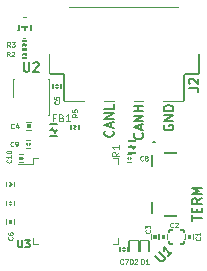
<source format=gbr>
%TF.GenerationSoftware,KiCad,Pcbnew,(5.99.0-7706-gdc1c80beb8)*%
%TF.CreationDate,2020-12-31T13:50:12+03:00*%
%TF.ProjectId,USBtoCANFD,55534274-6f43-4414-9e46-442e6b696361,rev?*%
%TF.SameCoordinates,Original*%
%TF.FileFunction,Legend,Top*%
%TF.FilePolarity,Positive*%
%FSLAX46Y46*%
G04 Gerber Fmt 4.6, Leading zero omitted, Abs format (unit mm)*
G04 Created by KiCad (PCBNEW (5.99.0-7706-gdc1c80beb8)) date 2020-12-31 13:50:12*
%MOMM*%
%LPD*%
G01*
G04 APERTURE LIST*
%ADD10C,0.150000*%
%ADD11C,0.100000*%
%ADD12C,0.125000*%
%ADD13C,0.120000*%
%ADD14C,0.127000*%
G04 APERTURE END LIST*
D10*
X150735714Y-75271309D02*
X150773809Y-75309404D01*
X150811904Y-75423690D01*
X150811904Y-75499880D01*
X150773809Y-75614166D01*
X150697619Y-75690357D01*
X150621428Y-75728452D01*
X150469047Y-75766547D01*
X150354761Y-75766547D01*
X150202380Y-75728452D01*
X150126190Y-75690357D01*
X150050000Y-75614166D01*
X150011904Y-75499880D01*
X150011904Y-75423690D01*
X150050000Y-75309404D01*
X150088095Y-75271309D01*
X150583333Y-74966547D02*
X150583333Y-74585595D01*
X150811904Y-75042738D02*
X150011904Y-74776071D01*
X150811904Y-74509404D01*
X150811904Y-74242738D02*
X150011904Y-74242738D01*
X150811904Y-73785595D01*
X150011904Y-73785595D01*
X150811904Y-73023690D02*
X150811904Y-73404642D01*
X150011904Y-73404642D01*
X155100000Y-74776071D02*
X155061904Y-74852261D01*
X155061904Y-74966547D01*
X155100000Y-75080833D01*
X155176190Y-75157023D01*
X155252380Y-75195119D01*
X155404761Y-75233214D01*
X155519047Y-75233214D01*
X155671428Y-75195119D01*
X155747619Y-75157023D01*
X155823809Y-75080833D01*
X155861904Y-74966547D01*
X155861904Y-74890357D01*
X155823809Y-74776071D01*
X155785714Y-74737976D01*
X155519047Y-74737976D01*
X155519047Y-74890357D01*
X155861904Y-74395119D02*
X155061904Y-74395119D01*
X155861904Y-73937976D01*
X155061904Y-73937976D01*
X155861904Y-73557023D02*
X155061904Y-73557023D01*
X155061904Y-73366547D01*
X155100000Y-73252261D01*
X155176190Y-73176071D01*
X155252380Y-73137976D01*
X155404761Y-73099880D01*
X155519047Y-73099880D01*
X155671428Y-73137976D01*
X155747619Y-73176071D01*
X155823809Y-73252261D01*
X155861904Y-73366547D01*
X155861904Y-73557023D01*
X153235714Y-75461785D02*
X153273809Y-75499880D01*
X153311904Y-75614166D01*
X153311904Y-75690357D01*
X153273809Y-75804642D01*
X153197619Y-75880833D01*
X153121428Y-75918928D01*
X152969047Y-75957023D01*
X152854761Y-75957023D01*
X152702380Y-75918928D01*
X152626190Y-75880833D01*
X152550000Y-75804642D01*
X152511904Y-75690357D01*
X152511904Y-75614166D01*
X152550000Y-75499880D01*
X152588095Y-75461785D01*
X153083333Y-75157023D02*
X153083333Y-74776071D01*
X153311904Y-75233214D02*
X152511904Y-74966547D01*
X153311904Y-74699880D01*
X153311904Y-74433214D02*
X152511904Y-74433214D01*
X153311904Y-73976071D01*
X152511904Y-73976071D01*
X153311904Y-73595119D02*
X152511904Y-73595119D01*
X152892857Y-73595119D02*
X152892857Y-73137976D01*
X153311904Y-73137976D02*
X152511904Y-73137976D01*
D11*
%TO.C,D1*%
X153149285Y-86530952D02*
X153149285Y-86130952D01*
X153244523Y-86130952D01*
X153301666Y-86150000D01*
X153339761Y-86188095D01*
X153358809Y-86226190D01*
X153377857Y-86302380D01*
X153377857Y-86359523D01*
X153358809Y-86435714D01*
X153339761Y-86473809D01*
X153301666Y-86511904D01*
X153244523Y-86530952D01*
X153149285Y-86530952D01*
X153758809Y-86530952D02*
X153530238Y-86530952D01*
X153644523Y-86530952D02*
X153644523Y-86130952D01*
X153606428Y-86188095D01*
X153568333Y-86226190D01*
X153530238Y-86245238D01*
%TO.C,C3*%
X153842857Y-83661190D02*
X153861904Y-83680238D01*
X153880952Y-83737380D01*
X153880952Y-83775476D01*
X153861904Y-83832619D01*
X153823809Y-83870714D01*
X153785714Y-83889761D01*
X153709523Y-83908809D01*
X153652380Y-83908809D01*
X153576190Y-83889761D01*
X153538095Y-83870714D01*
X153500000Y-83832619D01*
X153480952Y-83775476D01*
X153480952Y-83737380D01*
X153500000Y-83680238D01*
X153519047Y-83661190D01*
X153480952Y-83527857D02*
X153480952Y-83280238D01*
X153633333Y-83413571D01*
X153633333Y-83356428D01*
X153652380Y-83318333D01*
X153671428Y-83299285D01*
X153709523Y-83280238D01*
X153804761Y-83280238D01*
X153842857Y-83299285D01*
X153861904Y-83318333D01*
X153880952Y-83356428D01*
X153880952Y-83470714D01*
X153861904Y-83508809D01*
X153842857Y-83527857D01*
%TO.C,C1*%
X158092857Y-84261190D02*
X158111904Y-84280238D01*
X158130952Y-84337380D01*
X158130952Y-84375476D01*
X158111904Y-84432619D01*
X158073809Y-84470714D01*
X158035714Y-84489761D01*
X157959523Y-84508809D01*
X157902380Y-84508809D01*
X157826190Y-84489761D01*
X157788095Y-84470714D01*
X157750000Y-84432619D01*
X157730952Y-84375476D01*
X157730952Y-84337380D01*
X157750000Y-84280238D01*
X157769047Y-84261190D01*
X158130952Y-83880238D02*
X158130952Y-84108809D01*
X158130952Y-83994523D02*
X157730952Y-83994523D01*
X157788095Y-84032619D01*
X157826190Y-84070714D01*
X157845238Y-84108809D01*
D10*
%TO.C,J2*%
X157161904Y-71633452D02*
X157733333Y-71633452D01*
X157847619Y-71671547D01*
X157923809Y-71747738D01*
X157961904Y-71862023D01*
X157961904Y-71938214D01*
X157238095Y-71290595D02*
X157200000Y-71252500D01*
X157161904Y-71176309D01*
X157161904Y-70985833D01*
X157200000Y-70909642D01*
X157238095Y-70871547D01*
X157314285Y-70833452D01*
X157390476Y-70833452D01*
X157504761Y-70871547D01*
X157961904Y-71328690D01*
X157961904Y-70833452D01*
%TO.C,U3*%
X142742857Y-84521428D02*
X142742857Y-85007142D01*
X142771428Y-85064285D01*
X142800000Y-85092857D01*
X142857142Y-85121428D01*
X142971428Y-85121428D01*
X143028571Y-85092857D01*
X143057142Y-85064285D01*
X143085714Y-85007142D01*
X143085714Y-84521428D01*
X143314285Y-84521428D02*
X143685714Y-84521428D01*
X143485714Y-84750000D01*
X143571428Y-84750000D01*
X143628571Y-84778571D01*
X143657142Y-84807142D01*
X143685714Y-84864285D01*
X143685714Y-85007142D01*
X143657142Y-85064285D01*
X143628571Y-85092857D01*
X143571428Y-85121428D01*
X143400000Y-85121428D01*
X143342857Y-85092857D01*
X143314285Y-85064285D01*
D12*
%TO.C,R1*%
X151271428Y-77066964D02*
X150985714Y-77266964D01*
X151271428Y-77409821D02*
X150671428Y-77409821D01*
X150671428Y-77181250D01*
X150700000Y-77124107D01*
X150728571Y-77095535D01*
X150785714Y-77066964D01*
X150871428Y-77066964D01*
X150928571Y-77095535D01*
X150957142Y-77124107D01*
X150985714Y-77181250D01*
X150985714Y-77409821D01*
X151271428Y-76495535D02*
X151271428Y-76838392D01*
X151271428Y-76666964D02*
X150671428Y-76666964D01*
X150757142Y-76724107D01*
X150814285Y-76781250D01*
X150842857Y-76838392D01*
D11*
%TO.C,C6*%
X142217857Y-84247142D02*
X142236904Y-84266190D01*
X142255952Y-84323333D01*
X142255952Y-84361428D01*
X142236904Y-84418571D01*
X142198809Y-84456666D01*
X142160714Y-84475714D01*
X142084523Y-84494761D01*
X142027380Y-84494761D01*
X141951190Y-84475714D01*
X141913095Y-84456666D01*
X141875000Y-84418571D01*
X141855952Y-84361428D01*
X141855952Y-84323333D01*
X141875000Y-84266190D01*
X141894047Y-84247142D01*
X141855952Y-83904285D02*
X141855952Y-83980476D01*
X141875000Y-84018571D01*
X141894047Y-84037619D01*
X141951190Y-84075714D01*
X142027380Y-84094761D01*
X142179761Y-84094761D01*
X142217857Y-84075714D01*
X142236904Y-84056666D01*
X142255952Y-84018571D01*
X142255952Y-83942380D01*
X142236904Y-83904285D01*
X142217857Y-83885238D01*
X142179761Y-83866190D01*
X142084523Y-83866190D01*
X142046428Y-83885238D01*
X142027380Y-83904285D01*
X142008333Y-83942380D01*
X142008333Y-84018571D01*
X142027380Y-84056666D01*
X142046428Y-84075714D01*
X142084523Y-84094761D01*
%TO.C,R5*%
X147705952Y-73836190D02*
X147515476Y-73969523D01*
X147705952Y-74064761D02*
X147305952Y-74064761D01*
X147305952Y-73912380D01*
X147325000Y-73874285D01*
X147344047Y-73855238D01*
X147382142Y-73836190D01*
X147439285Y-73836190D01*
X147477380Y-73855238D01*
X147496428Y-73874285D01*
X147515476Y-73912380D01*
X147515476Y-74064761D01*
X147305952Y-73474285D02*
X147305952Y-73664761D01*
X147496428Y-73683809D01*
X147477380Y-73664761D01*
X147458333Y-73626666D01*
X147458333Y-73531428D01*
X147477380Y-73493333D01*
X147496428Y-73474285D01*
X147534523Y-73455238D01*
X147629761Y-73455238D01*
X147667857Y-73474285D01*
X147686904Y-73493333D01*
X147705952Y-73531428D01*
X147705952Y-73626666D01*
X147686904Y-73664761D01*
X147667857Y-73683809D01*
D12*
%TO.C,FB1*%
X145850000Y-74157142D02*
X145650000Y-74157142D01*
X145650000Y-74471428D02*
X145650000Y-73871428D01*
X145935714Y-73871428D01*
X146364285Y-74157142D02*
X146450000Y-74185714D01*
X146478571Y-74214285D01*
X146507142Y-74271428D01*
X146507142Y-74357142D01*
X146478571Y-74414285D01*
X146450000Y-74442857D01*
X146392857Y-74471428D01*
X146164285Y-74471428D01*
X146164285Y-73871428D01*
X146364285Y-73871428D01*
X146421428Y-73900000D01*
X146450000Y-73928571D01*
X146478571Y-73985714D01*
X146478571Y-74042857D01*
X146450000Y-74100000D01*
X146421428Y-74128571D01*
X146364285Y-74157142D01*
X146164285Y-74157142D01*
X147078571Y-74471428D02*
X146735714Y-74471428D01*
X146907142Y-74471428D02*
X146907142Y-73871428D01*
X146850000Y-73957142D01*
X146792857Y-74014285D01*
X146735714Y-74042857D01*
D11*
%TO.C,C9*%
X142302857Y-76542857D02*
X142283809Y-76561904D01*
X142226666Y-76580952D01*
X142188571Y-76580952D01*
X142131428Y-76561904D01*
X142093333Y-76523809D01*
X142074285Y-76485714D01*
X142055238Y-76409523D01*
X142055238Y-76352380D01*
X142074285Y-76276190D01*
X142093333Y-76238095D01*
X142131428Y-76200000D01*
X142188571Y-76180952D01*
X142226666Y-76180952D01*
X142283809Y-76200000D01*
X142302857Y-76219047D01*
X142493333Y-76580952D02*
X142569523Y-76580952D01*
X142607619Y-76561904D01*
X142626666Y-76542857D01*
X142664761Y-76485714D01*
X142683809Y-76409523D01*
X142683809Y-76257142D01*
X142664761Y-76219047D01*
X142645714Y-76200000D01*
X142607619Y-76180952D01*
X142531428Y-76180952D01*
X142493333Y-76200000D01*
X142474285Y-76219047D01*
X142455238Y-76257142D01*
X142455238Y-76352380D01*
X142474285Y-76390476D01*
X142493333Y-76409523D01*
X142531428Y-76428571D01*
X142607619Y-76428571D01*
X142645714Y-76409523D01*
X142664761Y-76390476D01*
X142683809Y-76352380D01*
%TO.C,C8*%
X153288809Y-77742857D02*
X153269761Y-77761904D01*
X153212619Y-77780952D01*
X153174523Y-77780952D01*
X153117380Y-77761904D01*
X153079285Y-77723809D01*
X153060238Y-77685714D01*
X153041190Y-77609523D01*
X153041190Y-77552380D01*
X153060238Y-77476190D01*
X153079285Y-77438095D01*
X153117380Y-77400000D01*
X153174523Y-77380952D01*
X153212619Y-77380952D01*
X153269761Y-77400000D01*
X153288809Y-77419047D01*
X153517380Y-77552380D02*
X153479285Y-77533333D01*
X153460238Y-77514285D01*
X153441190Y-77476190D01*
X153441190Y-77457142D01*
X153460238Y-77419047D01*
X153479285Y-77400000D01*
X153517380Y-77380952D01*
X153593571Y-77380952D01*
X153631666Y-77400000D01*
X153650714Y-77419047D01*
X153669761Y-77457142D01*
X153669761Y-77476190D01*
X153650714Y-77514285D01*
X153631666Y-77533333D01*
X153593571Y-77552380D01*
X153517380Y-77552380D01*
X153479285Y-77571428D01*
X153460238Y-77590476D01*
X153441190Y-77628571D01*
X153441190Y-77704761D01*
X153460238Y-77742857D01*
X153479285Y-77761904D01*
X153517380Y-77780952D01*
X153593571Y-77780952D01*
X153631666Y-77761904D01*
X153650714Y-77742857D01*
X153669761Y-77704761D01*
X153669761Y-77628571D01*
X153650714Y-77590476D01*
X153631666Y-77571428D01*
X153593571Y-77552380D01*
D10*
%TO.C,SW1*%
X157461904Y-82868928D02*
X157461904Y-82411785D01*
X158261904Y-82640357D02*
X157461904Y-82640357D01*
X157842857Y-82145119D02*
X157842857Y-81878452D01*
X158261904Y-81764166D02*
X158261904Y-82145119D01*
X157461904Y-82145119D01*
X157461904Y-81764166D01*
X158261904Y-80964166D02*
X157880952Y-81230833D01*
X158261904Y-81421309D02*
X157461904Y-81421309D01*
X157461904Y-81116547D01*
X157500000Y-81040357D01*
X157538095Y-81002261D01*
X157614285Y-80964166D01*
X157728571Y-80964166D01*
X157804761Y-81002261D01*
X157842857Y-81040357D01*
X157880952Y-81116547D01*
X157880952Y-81421309D01*
X158261904Y-80621309D02*
X157461904Y-80621309D01*
X158033333Y-80354642D01*
X157461904Y-80087976D01*
X158261904Y-80087976D01*
D11*
%TO.C,R3*%
X142038809Y-68155952D02*
X141905476Y-67965476D01*
X141810238Y-68155952D02*
X141810238Y-67755952D01*
X141962619Y-67755952D01*
X142000714Y-67775000D01*
X142019761Y-67794047D01*
X142038809Y-67832142D01*
X142038809Y-67889285D01*
X142019761Y-67927380D01*
X142000714Y-67946428D01*
X141962619Y-67965476D01*
X141810238Y-67965476D01*
X142172142Y-67755952D02*
X142419761Y-67755952D01*
X142286428Y-67908333D01*
X142343571Y-67908333D01*
X142381666Y-67927380D01*
X142400714Y-67946428D01*
X142419761Y-67984523D01*
X142419761Y-68079761D01*
X142400714Y-68117857D01*
X142381666Y-68136904D01*
X142343571Y-68155952D01*
X142229285Y-68155952D01*
X142191190Y-68136904D01*
X142172142Y-68117857D01*
%TO.C,C2*%
X155838809Y-83392857D02*
X155819761Y-83411904D01*
X155762619Y-83430952D01*
X155724523Y-83430952D01*
X155667380Y-83411904D01*
X155629285Y-83373809D01*
X155610238Y-83335714D01*
X155591190Y-83259523D01*
X155591190Y-83202380D01*
X155610238Y-83126190D01*
X155629285Y-83088095D01*
X155667380Y-83050000D01*
X155724523Y-83030952D01*
X155762619Y-83030952D01*
X155819761Y-83050000D01*
X155838809Y-83069047D01*
X155991190Y-83069047D02*
X156010238Y-83050000D01*
X156048333Y-83030952D01*
X156143571Y-83030952D01*
X156181666Y-83050000D01*
X156200714Y-83069047D01*
X156219761Y-83107142D01*
X156219761Y-83145238D01*
X156200714Y-83202380D01*
X155972142Y-83430952D01*
X156219761Y-83430952D01*
%TO.C,R2*%
X142002857Y-68955952D02*
X141869523Y-68765476D01*
X141774285Y-68955952D02*
X141774285Y-68555952D01*
X141926666Y-68555952D01*
X141964761Y-68575000D01*
X141983809Y-68594047D01*
X142002857Y-68632142D01*
X142002857Y-68689285D01*
X141983809Y-68727380D01*
X141964761Y-68746428D01*
X141926666Y-68765476D01*
X141774285Y-68765476D01*
X142155238Y-68594047D02*
X142174285Y-68575000D01*
X142212380Y-68555952D01*
X142307619Y-68555952D01*
X142345714Y-68575000D01*
X142364761Y-68594047D01*
X142383809Y-68632142D01*
X142383809Y-68670238D01*
X142364761Y-68727380D01*
X142136190Y-68955952D01*
X142383809Y-68955952D01*
%TO.C,C5*%
X146142857Y-72772142D02*
X146161904Y-72791190D01*
X146180952Y-72848333D01*
X146180952Y-72886428D01*
X146161904Y-72943571D01*
X146123809Y-72981666D01*
X146085714Y-73000714D01*
X146009523Y-73019761D01*
X145952380Y-73019761D01*
X145876190Y-73000714D01*
X145838095Y-72981666D01*
X145800000Y-72943571D01*
X145780952Y-72886428D01*
X145780952Y-72848333D01*
X145800000Y-72791190D01*
X145819047Y-72772142D01*
X145780952Y-72410238D02*
X145780952Y-72600714D01*
X145971428Y-72619761D01*
X145952380Y-72600714D01*
X145933333Y-72562619D01*
X145933333Y-72467380D01*
X145952380Y-72429285D01*
X145971428Y-72410238D01*
X146009523Y-72391190D01*
X146104761Y-72391190D01*
X146142857Y-72410238D01*
X146161904Y-72429285D01*
X146180952Y-72467380D01*
X146180952Y-72562619D01*
X146161904Y-72600714D01*
X146142857Y-72619761D01*
D10*
%TO.C,U2*%
X143190476Y-69461904D02*
X143190476Y-70109523D01*
X143228571Y-70185714D01*
X143266666Y-70223809D01*
X143342857Y-70261904D01*
X143495238Y-70261904D01*
X143571428Y-70223809D01*
X143609523Y-70185714D01*
X143647619Y-70109523D01*
X143647619Y-69461904D01*
X143990476Y-69538095D02*
X144028571Y-69500000D01*
X144104761Y-69461904D01*
X144295238Y-69461904D01*
X144371428Y-69500000D01*
X144409523Y-69538095D01*
X144447619Y-69614285D01*
X144447619Y-69690476D01*
X144409523Y-69804761D01*
X143952380Y-70261904D01*
X144447619Y-70261904D01*
D11*
%TO.C,C7*%
X151588809Y-86492857D02*
X151569761Y-86511904D01*
X151512619Y-86530952D01*
X151474523Y-86530952D01*
X151417380Y-86511904D01*
X151379285Y-86473809D01*
X151360238Y-86435714D01*
X151341190Y-86359523D01*
X151341190Y-86302380D01*
X151360238Y-86226190D01*
X151379285Y-86188095D01*
X151417380Y-86150000D01*
X151474523Y-86130952D01*
X151512619Y-86130952D01*
X151569761Y-86150000D01*
X151588809Y-86169047D01*
X151722142Y-86130952D02*
X151988809Y-86130952D01*
X151817380Y-86530952D01*
%TO.C,C10*%
X142092857Y-77703095D02*
X142111904Y-77722142D01*
X142130952Y-77779285D01*
X142130952Y-77817380D01*
X142111904Y-77874523D01*
X142073809Y-77912619D01*
X142035714Y-77931666D01*
X141959523Y-77950714D01*
X141902380Y-77950714D01*
X141826190Y-77931666D01*
X141788095Y-77912619D01*
X141750000Y-77874523D01*
X141730952Y-77817380D01*
X141730952Y-77779285D01*
X141750000Y-77722142D01*
X141769047Y-77703095D01*
X142130952Y-77322142D02*
X142130952Y-77550714D01*
X142130952Y-77436428D02*
X141730952Y-77436428D01*
X141788095Y-77474523D01*
X141826190Y-77512619D01*
X141845238Y-77550714D01*
X141730952Y-77074523D02*
X141730952Y-77036428D01*
X141750000Y-76998333D01*
X141769047Y-76979285D01*
X141807142Y-76960238D01*
X141883333Y-76941190D01*
X141978571Y-76941190D01*
X142054761Y-76960238D01*
X142092857Y-76979285D01*
X142111904Y-76998333D01*
X142130952Y-77036428D01*
X142130952Y-77074523D01*
X142111904Y-77112619D01*
X142092857Y-77131666D01*
X142054761Y-77150714D01*
X141978571Y-77169761D01*
X141883333Y-77169761D01*
X141807142Y-77150714D01*
X141769047Y-77131666D01*
X141750000Y-77112619D01*
X141730952Y-77074523D01*
D10*
%TO.C,U1*%
X154309221Y-85821218D02*
X154767157Y-86279154D01*
X154847969Y-86306091D01*
X154901844Y-86306091D01*
X154982656Y-86279154D01*
X155090406Y-86171404D01*
X155117343Y-86090592D01*
X155117343Y-86036717D01*
X155090406Y-85955905D01*
X154632470Y-85497969D01*
X155763841Y-85497969D02*
X155440592Y-85821218D01*
X155602216Y-85659593D02*
X155036531Y-85093908D01*
X155063468Y-85228595D01*
X155063468Y-85336345D01*
X155036531Y-85417157D01*
D11*
%TO.C,C4*%
X142352857Y-75017857D02*
X142333809Y-75036904D01*
X142276666Y-75055952D01*
X142238571Y-75055952D01*
X142181428Y-75036904D01*
X142143333Y-74998809D01*
X142124285Y-74960714D01*
X142105238Y-74884523D01*
X142105238Y-74827380D01*
X142124285Y-74751190D01*
X142143333Y-74713095D01*
X142181428Y-74675000D01*
X142238571Y-74655952D01*
X142276666Y-74655952D01*
X142333809Y-74675000D01*
X142352857Y-74694047D01*
X142695714Y-74789285D02*
X142695714Y-75055952D01*
X142600476Y-74636904D02*
X142505238Y-74922619D01*
X142752857Y-74922619D01*
%TO.C,D2*%
X152199285Y-86530952D02*
X152199285Y-86130952D01*
X152294523Y-86130952D01*
X152351666Y-86150000D01*
X152389761Y-86188095D01*
X152408809Y-86226190D01*
X152427857Y-86302380D01*
X152427857Y-86359523D01*
X152408809Y-86435714D01*
X152389761Y-86473809D01*
X152351666Y-86511904D01*
X152294523Y-86530952D01*
X152199285Y-86530952D01*
X152580238Y-86169047D02*
X152599285Y-86150000D01*
X152637380Y-86130952D01*
X152732619Y-86130952D01*
X152770714Y-86150000D01*
X152789761Y-86169047D01*
X152808809Y-86207142D01*
X152808809Y-86245238D01*
X152789761Y-86302380D01*
X152561190Y-86530952D01*
X152808809Y-86530952D01*
D10*
%TO.C,D1*%
X153025000Y-84625000D02*
G75*
G02*
X153100000Y-84550000I75000J0D01*
G01*
X153750000Y-84550000D02*
G75*
G02*
X153825000Y-84625000I0J-75000D01*
G01*
G36*
X153900000Y-84625000D02*
G01*
X153900000Y-85525000D01*
X153775000Y-85525000D01*
X153750000Y-85500000D01*
X153750000Y-84625000D01*
X153100000Y-84625000D01*
X153100000Y-85500000D01*
X153075000Y-85525000D01*
X152950000Y-85525000D01*
X152950000Y-84625000D01*
X153100000Y-84475000D01*
X153750000Y-84475000D01*
X153900000Y-84625000D01*
G37*
%TO.C,C3*%
G36*
X154724999Y-84475000D02*
G01*
X154599999Y-84475000D01*
X154599999Y-84025000D01*
X154724999Y-84025000D01*
X154724999Y-84475000D01*
G37*
G36*
X154049999Y-84475000D02*
G01*
X153924999Y-84475000D01*
X153924999Y-84025000D01*
X154049999Y-84025000D01*
X154049999Y-84475000D01*
G37*
G36*
X154399999Y-84100000D02*
G01*
X154474999Y-84100000D01*
X154474999Y-84225000D01*
X154174999Y-84225000D01*
X154174999Y-84100000D01*
X154249999Y-84100000D01*
X154249999Y-84050000D01*
X154399999Y-84050000D01*
X154399999Y-84100000D01*
G37*
G36*
X154474999Y-84275002D02*
G01*
X154474999Y-84400000D01*
X154399999Y-84400000D01*
X154399999Y-84450000D01*
X154249999Y-84450000D01*
X154249999Y-84400000D01*
X154174999Y-84400000D01*
X154175001Y-84275000D01*
X154474999Y-84275002D01*
G37*
%TO.C,C1*%
G36*
X157625000Y-84475000D02*
G01*
X157500000Y-84475000D01*
X157500000Y-84025000D01*
X157625000Y-84025000D01*
X157625000Y-84475000D01*
G37*
G36*
X157375000Y-84275002D02*
G01*
X157375000Y-84400000D01*
X157300000Y-84400000D01*
X157300000Y-84450000D01*
X157150000Y-84450000D01*
X157150000Y-84400000D01*
X157075000Y-84400000D01*
X157075002Y-84275000D01*
X157375000Y-84275002D01*
G37*
G36*
X156950000Y-84475000D02*
G01*
X156825000Y-84475000D01*
X156825000Y-84025000D01*
X156950000Y-84025000D01*
X156950000Y-84475000D01*
G37*
G36*
X157300000Y-84100000D02*
G01*
X157375000Y-84100000D01*
X157375000Y-84225000D01*
X157075000Y-84225000D01*
X157075000Y-84100000D01*
X157150000Y-84100000D01*
X157150000Y-84050000D01*
X157300000Y-84050000D01*
X157300000Y-84100000D01*
G37*
%TO.C,J2*%
X156775000Y-72700000D02*
G75*
G02*
X156700000Y-72775000I-75000J0D01*
G01*
X158025000Y-70400000D02*
G75*
G02*
X157950000Y-70475000I-75000J0D01*
G01*
X156775000Y-70550000D02*
G75*
G02*
X156850000Y-70475000I75000J0D01*
G01*
X146700000Y-72775000D02*
G75*
G02*
X146625000Y-72700000I0J75000D01*
G01*
X145450000Y-70475000D02*
G75*
G02*
X145375000Y-70400000I0J75000D01*
G01*
X146550000Y-70475000D02*
G75*
G02*
X146625000Y-70550000I0J-75000D01*
G01*
G36*
X154400000Y-76300000D02*
G01*
X154000000Y-76300000D01*
X154200000Y-76000000D01*
X154400000Y-76300000D01*
G37*
G36*
X150900000Y-72850000D02*
G01*
X150000000Y-72850000D01*
X150000000Y-72700000D01*
X150900000Y-72700000D01*
X150900000Y-72850000D01*
G37*
G36*
X145450000Y-70400000D02*
G01*
X146550000Y-70400000D01*
X146700000Y-70550000D01*
X146700000Y-72700000D01*
X148400000Y-72700000D01*
X148400000Y-72850000D01*
X146700000Y-72850000D01*
X146550000Y-72700000D01*
X146550000Y-70550000D01*
X145450000Y-70550000D01*
X145300000Y-70400000D01*
X145300000Y-68750000D01*
X145450000Y-68750000D01*
X145450000Y-70400000D01*
G37*
G36*
X158100000Y-70400000D02*
G01*
X157950000Y-70550000D01*
X156850000Y-70550000D01*
X156850000Y-72700000D01*
X156700000Y-72850000D01*
X155000000Y-72850000D01*
X155000000Y-72700000D01*
X156700000Y-72700000D01*
X156700000Y-70550000D01*
X156850000Y-70400000D01*
X157950000Y-70400000D01*
X157950000Y-68750000D01*
X158100000Y-68750000D01*
X158100000Y-70400000D01*
G37*
G36*
X153400000Y-72850000D02*
G01*
X152500000Y-72850000D01*
X152500000Y-72700000D01*
X153400000Y-72700000D01*
X153400000Y-72850000D01*
G37*
G36*
X156350000Y-64900000D02*
G01*
X147050000Y-64900000D01*
X147050000Y-64750000D01*
X156350000Y-64750000D01*
X156350000Y-64900000D01*
G37*
D13*
%TO.C,U3*%
X143965000Y-77590000D02*
X143965000Y-78040000D01*
X150735000Y-84810000D02*
X151185000Y-84810000D01*
X143965000Y-78040000D02*
X142675000Y-78040000D01*
X150735000Y-77590000D02*
X151185000Y-77590000D01*
X144415000Y-84810000D02*
X143965000Y-84810000D01*
X151185000Y-84810000D02*
X151185000Y-84360000D01*
X143965000Y-84810000D02*
X143965000Y-84360000D01*
X151185000Y-77590000D02*
X151185000Y-78040000D01*
X144415000Y-77590000D02*
X143965000Y-77590000D01*
%TO.C,R1*%
G36*
X152475000Y-76650000D02*
G01*
X152525000Y-76575000D01*
X152700000Y-76575000D01*
X152700000Y-76725000D01*
X152600000Y-76725000D01*
X152475000Y-76900000D01*
X152275000Y-76650000D01*
X152225000Y-76725000D01*
X152050000Y-76725000D01*
X152050000Y-76575000D01*
X152150000Y-76575000D01*
X152275000Y-76400000D01*
X152475000Y-76650000D01*
G37*
G36*
X152700000Y-77225000D02*
G01*
X152050000Y-77225000D01*
X152050000Y-77075000D01*
X152700000Y-77075000D01*
X152700000Y-77225000D01*
G37*
G36*
X152700000Y-76225000D02*
G01*
X152050000Y-76225000D01*
X152050000Y-76075000D01*
X152700000Y-76075000D01*
X152700000Y-76225000D01*
G37*
%TO.C,C6*%
G36*
X142150000Y-82825000D02*
G01*
X142225000Y-82825000D01*
X142224998Y-82950000D01*
X141925000Y-82949998D01*
X141925000Y-82825000D01*
X142000000Y-82825000D01*
X142000000Y-82775000D01*
X142150000Y-82775000D01*
X142150000Y-82825000D01*
G37*
G36*
X142225000Y-83125000D02*
G01*
X142150000Y-83125000D01*
X142150000Y-83175000D01*
X142000000Y-83175000D01*
X142000000Y-83125000D01*
X141925000Y-83125000D01*
X141925000Y-83000000D01*
X142225000Y-83000000D01*
X142225000Y-83125000D01*
G37*
G36*
X142475000Y-83200000D02*
G01*
X142350000Y-83200000D01*
X142350000Y-82750000D01*
X142475000Y-82750000D01*
X142475000Y-83200000D01*
G37*
G36*
X141800000Y-83200000D02*
G01*
X141675000Y-83200000D01*
X141675000Y-82750000D01*
X141800000Y-82750000D01*
X141800000Y-83200000D01*
G37*
%TO.C,R5*%
G36*
X147250000Y-75200000D02*
G01*
X147125000Y-75200000D01*
X147125000Y-74750000D01*
X147250000Y-74750000D01*
X147250000Y-75200000D01*
G37*
G36*
X147700000Y-74900000D02*
G01*
X147550000Y-75050000D01*
X147675000Y-75175000D01*
X147475000Y-75175000D01*
X147350000Y-75050000D01*
X147500000Y-74900000D01*
X147375000Y-74775000D01*
X147575000Y-74775000D01*
X147700000Y-74900000D01*
G37*
G36*
X147925000Y-75200000D02*
G01*
X147800000Y-75200000D01*
X147800000Y-74750000D01*
X147925000Y-74750000D01*
X147925000Y-75200000D01*
G37*
D14*
%TO.C,FB1*%
X145400000Y-75725000D02*
X146000000Y-75725000D01*
D10*
X145800000Y-75425000D02*
X145900000Y-75225000D01*
D14*
X145400000Y-74725000D02*
X146000000Y-74725000D01*
D10*
X145500000Y-75225000D02*
X145600000Y-75025000D01*
X145600000Y-75025000D02*
X145800000Y-75425000D01*
X145400000Y-75225000D02*
X145500000Y-75225000D01*
X145900000Y-75225000D02*
X146000000Y-75225000D01*
%TO.C,C9*%
G36*
X143725000Y-76325000D02*
G01*
X143775000Y-76325000D01*
X143775000Y-76475000D01*
X143725000Y-76475000D01*
X143725000Y-76550000D01*
X143600000Y-76549998D01*
X143600002Y-76250000D01*
X143725000Y-76250000D01*
X143725000Y-76325000D01*
G37*
G36*
X143550000Y-76550000D02*
G01*
X143425000Y-76550000D01*
X143425000Y-76475000D01*
X143375000Y-76475000D01*
X143375000Y-76325000D01*
X143425000Y-76325000D01*
X143425000Y-76250000D01*
X143550000Y-76250000D01*
X143550000Y-76550000D01*
G37*
G36*
X143800000Y-76800000D02*
G01*
X143350000Y-76800000D01*
X143350000Y-76675000D01*
X143800000Y-76675000D01*
X143800000Y-76800000D01*
G37*
G36*
X143800000Y-76125000D02*
G01*
X143350000Y-76125000D01*
X143350000Y-76000000D01*
X143800000Y-76000000D01*
X143800000Y-76125000D01*
G37*
%TO.C,C8*%
G36*
X152375000Y-77325000D02*
G01*
X151925000Y-77325000D01*
X151925000Y-77200000D01*
X152375000Y-77200000D01*
X152375000Y-77325000D01*
G37*
G36*
X152300000Y-77525000D02*
G01*
X152350000Y-77525000D01*
X152350000Y-77675000D01*
X152300000Y-77675000D01*
X152300000Y-77750000D01*
X152175000Y-77750000D01*
X152175000Y-77450000D01*
X152300000Y-77450000D01*
X152300000Y-77525000D01*
G37*
G36*
X152125000Y-77450002D02*
G01*
X152124998Y-77750000D01*
X152000000Y-77750000D01*
X152000000Y-77675000D01*
X151950000Y-77675000D01*
X151950000Y-77525000D01*
X152000000Y-77525000D01*
X152000000Y-77450000D01*
X152125000Y-77450002D01*
G37*
G36*
X152375000Y-78000000D02*
G01*
X151925000Y-78000000D01*
X151925000Y-77875000D01*
X152375000Y-77875000D01*
X152375000Y-78000000D01*
G37*
%TO.C,SW1*%
G36*
X154125000Y-78350000D02*
G01*
X153975000Y-78350000D01*
X153975000Y-77300000D01*
X154125000Y-77300000D01*
X154125000Y-78350000D01*
G37*
G36*
X156175000Y-82550000D02*
G01*
X155075000Y-82550000D01*
X155075000Y-82400000D01*
X156175000Y-82400000D01*
X156175000Y-82550000D01*
G37*
G36*
X156175000Y-77200000D02*
G01*
X155075000Y-77200000D01*
X155075000Y-77050000D01*
X156175000Y-77050000D01*
X156175000Y-77200000D01*
G37*
G36*
X154125000Y-82300000D02*
G01*
X153975000Y-82300000D01*
X153975000Y-81250000D01*
X154125000Y-81250000D01*
X154125000Y-82300000D01*
G37*
%TO.C,R3*%
G36*
X143350000Y-67950000D02*
G01*
X143475000Y-67825000D01*
X143475000Y-68025000D01*
X143350000Y-68150000D01*
X143200000Y-68000000D01*
X143075000Y-68125000D01*
X143075000Y-67925000D01*
X143200000Y-67800000D01*
X143350000Y-67950000D01*
G37*
G36*
X143500000Y-68375000D02*
G01*
X143050000Y-68375000D01*
X143050000Y-68250000D01*
X143500000Y-68250000D01*
X143500000Y-68375000D01*
G37*
G36*
X143500000Y-67700000D02*
G01*
X143050000Y-67700000D01*
X143050000Y-67575000D01*
X143500000Y-67575000D01*
X143500000Y-67700000D01*
G37*
%TO.C,C2*%
G36*
X155175000Y-84275002D02*
G01*
X155175000Y-84400000D01*
X155100000Y-84400000D01*
X155100000Y-84450000D01*
X154950000Y-84450000D01*
X154950000Y-84400000D01*
X154875000Y-84400000D01*
X154875002Y-84275000D01*
X155175000Y-84275002D01*
G37*
G36*
X154750000Y-84475000D02*
G01*
X154625000Y-84475000D01*
X154625000Y-84025000D01*
X154750000Y-84025000D01*
X154750000Y-84475000D01*
G37*
G36*
X155425000Y-84475000D02*
G01*
X155300000Y-84475000D01*
X155300000Y-84025000D01*
X155425000Y-84025000D01*
X155425000Y-84475000D01*
G37*
G36*
X155100000Y-84100000D02*
G01*
X155175000Y-84100000D01*
X155175000Y-84225000D01*
X154875000Y-84225000D01*
X154875000Y-84100000D01*
X154950000Y-84100000D01*
X154950000Y-84050000D01*
X155100000Y-84050000D01*
X155100000Y-84100000D01*
G37*
%TO.C,R2*%
G36*
X143500000Y-68500000D02*
G01*
X143050000Y-68500000D01*
X143050000Y-68375000D01*
X143500000Y-68375000D01*
X143500000Y-68500000D01*
G37*
G36*
X143500000Y-69175000D02*
G01*
X143050000Y-69175000D01*
X143050000Y-69050000D01*
X143500000Y-69050000D01*
X143500000Y-69175000D01*
G37*
G36*
X143350000Y-68750000D02*
G01*
X143475000Y-68625000D01*
X143475000Y-68825000D01*
X143350000Y-68950000D01*
X143200000Y-68800000D01*
X143075000Y-68925000D01*
X143075000Y-68725000D01*
X143200000Y-68600000D01*
X143350000Y-68750000D01*
G37*
%TO.C,C5*%
G36*
X146150000Y-71650000D02*
G01*
X146075000Y-71650000D01*
X146075000Y-71700000D01*
X145925000Y-71700000D01*
X145925000Y-71650000D01*
X145850000Y-71650000D01*
X145850000Y-71525000D01*
X146150000Y-71525000D01*
X146150000Y-71650000D01*
G37*
G36*
X146400000Y-71725000D02*
G01*
X146275000Y-71725000D01*
X146275000Y-71275000D01*
X146400000Y-71275000D01*
X146400000Y-71725000D01*
G37*
G36*
X145725000Y-71725000D02*
G01*
X145600000Y-71725000D01*
X145600000Y-71275000D01*
X145725000Y-71275000D01*
X145725000Y-71725000D01*
G37*
G36*
X146075000Y-71350000D02*
G01*
X146150000Y-71350000D01*
X146149998Y-71475000D01*
X145850000Y-71474998D01*
X145850000Y-71350000D01*
X145925000Y-71350000D01*
X145925000Y-71300000D01*
X146075000Y-71300000D01*
X146075000Y-71350000D01*
G37*
D13*
%TO.C,U2*%
X142240000Y-70840000D02*
X142390000Y-70840000D01*
X145360000Y-70840000D02*
X145210000Y-70840000D01*
X145360000Y-73960000D02*
X145360000Y-70840000D01*
X142240000Y-72400000D02*
X142240000Y-70840000D01*
X145360000Y-73960000D02*
X145210000Y-73960000D01*
%TO.C,C7*%
G36*
X152075000Y-85525000D02*
G01*
X151950000Y-85525000D01*
X151950000Y-85075000D01*
X152075000Y-85075000D01*
X152075000Y-85525000D01*
G37*
G36*
X151400000Y-85525000D02*
G01*
X151275000Y-85525000D01*
X151275000Y-85075000D01*
X151400000Y-85075000D01*
X151400000Y-85525000D01*
G37*
G36*
X151825000Y-85325002D02*
G01*
X151825000Y-85450000D01*
X151750000Y-85450000D01*
X151750000Y-85500000D01*
X151600000Y-85500000D01*
X151600000Y-85450000D01*
X151525000Y-85450000D01*
X151525002Y-85325000D01*
X151825000Y-85325002D01*
G37*
G36*
X151750000Y-85150000D02*
G01*
X151825000Y-85150000D01*
X151825000Y-85275000D01*
X151525000Y-85275000D01*
X151525000Y-85150000D01*
X151600000Y-85150000D01*
X151600000Y-85100000D01*
X151750000Y-85100000D01*
X151750000Y-85150000D01*
G37*
%TO.C,C10*%
G36*
X143200000Y-77325000D02*
G01*
X142750000Y-77325000D01*
X142750000Y-77200000D01*
X143200000Y-77200000D01*
X143200000Y-77325000D01*
G37*
G36*
X143200000Y-78000000D02*
G01*
X142750000Y-78000000D01*
X142750000Y-77875000D01*
X143200000Y-77875000D01*
X143200000Y-78000000D01*
G37*
G36*
X142950000Y-77750000D02*
G01*
X142825000Y-77750000D01*
X142825000Y-77675000D01*
X142775000Y-77675000D01*
X142775000Y-77525000D01*
X142825000Y-77525000D01*
X142825000Y-77450000D01*
X142950000Y-77450000D01*
X142950000Y-77750000D01*
G37*
G36*
X143125000Y-77525000D02*
G01*
X143175000Y-77525000D01*
X143175000Y-77675000D01*
X143125000Y-77675000D01*
X143125000Y-77750000D01*
X143000000Y-77749998D01*
X143000002Y-77450000D01*
X143125000Y-77450000D01*
X143125000Y-77525000D01*
G37*
%TO.C,R4*%
G36*
X142475001Y-80050000D02*
G01*
X142350001Y-80050000D01*
X142350001Y-79600000D01*
X142475001Y-79600000D01*
X142475001Y-80050000D01*
G37*
G36*
X142250001Y-79750000D02*
G01*
X142100001Y-79900000D01*
X142225001Y-80025000D01*
X142025001Y-80025000D01*
X141900001Y-79900000D01*
X142050001Y-79750000D01*
X141925001Y-79625000D01*
X142125001Y-79625000D01*
X142250001Y-79750000D01*
G37*
G36*
X141800001Y-80050000D02*
G01*
X141675001Y-80050000D01*
X141675001Y-79600000D01*
X141800001Y-79600000D01*
X141800001Y-80050000D01*
G37*
%TO.C,D3*%
G36*
X143575000Y-66575000D02*
G01*
X143375000Y-66575000D01*
X143375000Y-66800000D01*
X143175000Y-66800000D01*
X143175000Y-66575000D01*
X142975000Y-66575000D01*
X142975000Y-66350000D01*
X143575000Y-66350000D01*
X143575000Y-66575000D01*
G37*
G36*
X143350000Y-65750000D02*
G01*
X143200000Y-65750000D01*
X143075000Y-65625000D01*
X143475000Y-65625000D01*
X143350000Y-65750000D01*
G37*
G36*
X142850000Y-66850000D02*
G01*
X142650000Y-66850000D01*
X142650000Y-66700000D01*
X142700000Y-66700000D01*
X142700000Y-66300000D01*
X142850000Y-66300000D01*
X142850000Y-66850000D01*
G37*
G36*
X143850000Y-66700000D02*
G01*
X143900000Y-66700000D01*
X143900000Y-66850000D01*
X143700000Y-66850000D01*
X143700000Y-66300000D01*
X143850000Y-66300000D01*
X143850000Y-66700000D01*
G37*
G36*
X143475000Y-67525000D02*
G01*
X143075000Y-67525000D01*
X143200000Y-67400000D01*
X143350000Y-67400000D01*
X143475000Y-67525000D01*
G37*
D10*
%TO.C,U1*%
X156670002Y-83634998D02*
G75*
G02*
X156740000Y-83710000I-2502J-72500D01*
G01*
X155579998Y-84865002D02*
G75*
G02*
X155510000Y-84790000I2502J72500D01*
G01*
X155509998Y-83704998D02*
G75*
G02*
X155585000Y-83635000I72500J-2502D01*
G01*
X156740002Y-84795002D02*
G75*
G02*
X156665000Y-84865000I-72500J2502D01*
G01*
G36*
X156665000Y-83560002D02*
G01*
X156814997Y-83710000D01*
X156815000Y-83950000D01*
X156665000Y-83950000D01*
X156665000Y-83710000D01*
X156425000Y-83709997D01*
X156425000Y-83560000D01*
X156665000Y-83560002D01*
G37*
G36*
X155825000Y-83560002D02*
G01*
X155825000Y-83710000D01*
X155584998Y-83710000D01*
X155585000Y-83950000D01*
X155435000Y-83950000D01*
X155435000Y-83710000D01*
X155585000Y-83560000D01*
X155825000Y-83560002D01*
G37*
G36*
X156815000Y-84790000D02*
G01*
X156665000Y-84940000D01*
X156425000Y-84940000D01*
X156425000Y-84790000D01*
X156665000Y-84790000D01*
X156665000Y-84550000D01*
X156815000Y-84550000D01*
X156815000Y-84790000D01*
G37*
G36*
X156925000Y-84520000D02*
G01*
X156665000Y-84419992D01*
X156925000Y-84320000D01*
X156925000Y-84520000D01*
G37*
G36*
X155585000Y-84790000D02*
G01*
X155825000Y-84790003D01*
X155825000Y-84940000D01*
X155585000Y-84940000D01*
X155435003Y-84790000D01*
X155435003Y-84550000D01*
X155585000Y-84550000D01*
X155585000Y-84790000D01*
G37*
%TO.C,C11*%
G36*
X142475000Y-81625000D02*
G01*
X142350000Y-81625000D01*
X142350000Y-81175000D01*
X142475000Y-81175000D01*
X142475000Y-81625000D01*
G37*
G36*
X142225000Y-81550000D02*
G01*
X142150000Y-81550000D01*
X142150000Y-81600000D01*
X142000000Y-81600000D01*
X142000000Y-81550000D01*
X141925000Y-81550000D01*
X141925000Y-81425000D01*
X142225000Y-81425000D01*
X142225000Y-81550000D01*
G37*
G36*
X141800000Y-81625000D02*
G01*
X141675000Y-81625000D01*
X141675000Y-81175000D01*
X141800000Y-81175000D01*
X141800000Y-81625000D01*
G37*
G36*
X142150000Y-81250000D02*
G01*
X142225000Y-81250000D01*
X142224998Y-81375000D01*
X141925000Y-81374998D01*
X141925000Y-81250000D01*
X142000000Y-81250000D01*
X142000000Y-81200000D01*
X142150000Y-81200000D01*
X142150000Y-81250000D01*
G37*
%TO.C,C4*%
G36*
X143600000Y-75025000D02*
G01*
X143475000Y-75025000D01*
X143475000Y-74950000D01*
X143425000Y-74950000D01*
X143425000Y-74800000D01*
X143475000Y-74800000D01*
X143475000Y-74725000D01*
X143600000Y-74725000D01*
X143600000Y-75025000D01*
G37*
G36*
X143775000Y-74800000D02*
G01*
X143825000Y-74800000D01*
X143825000Y-74950000D01*
X143775000Y-74950000D01*
X143775000Y-75025000D01*
X143650000Y-75024998D01*
X143650002Y-74725000D01*
X143775000Y-74725000D01*
X143775000Y-74800000D01*
G37*
G36*
X143850000Y-74600000D02*
G01*
X143400000Y-74600000D01*
X143400000Y-74475000D01*
X143850000Y-74475000D01*
X143850000Y-74600000D01*
G37*
G36*
X143850000Y-75275000D02*
G01*
X143400000Y-75275000D01*
X143400000Y-75150000D01*
X143850000Y-75150000D01*
X143850000Y-75275000D01*
G37*
%TO.C,D2*%
X152850000Y-84550000D02*
G75*
G02*
X152925000Y-84625000I0J-75000D01*
G01*
X152125000Y-84625000D02*
G75*
G02*
X152200000Y-84550000I75000J0D01*
G01*
G36*
X153000000Y-84625000D02*
G01*
X153000000Y-85525000D01*
X152875000Y-85525000D01*
X152850000Y-85500000D01*
X152850000Y-84625000D01*
X152200000Y-84625000D01*
X152200000Y-85500000D01*
X152175000Y-85525000D01*
X152050000Y-85525000D01*
X152050000Y-84625000D01*
X152200000Y-84475000D01*
X152850000Y-84475000D01*
X153000000Y-84625000D01*
G37*
%TD*%
M02*

</source>
